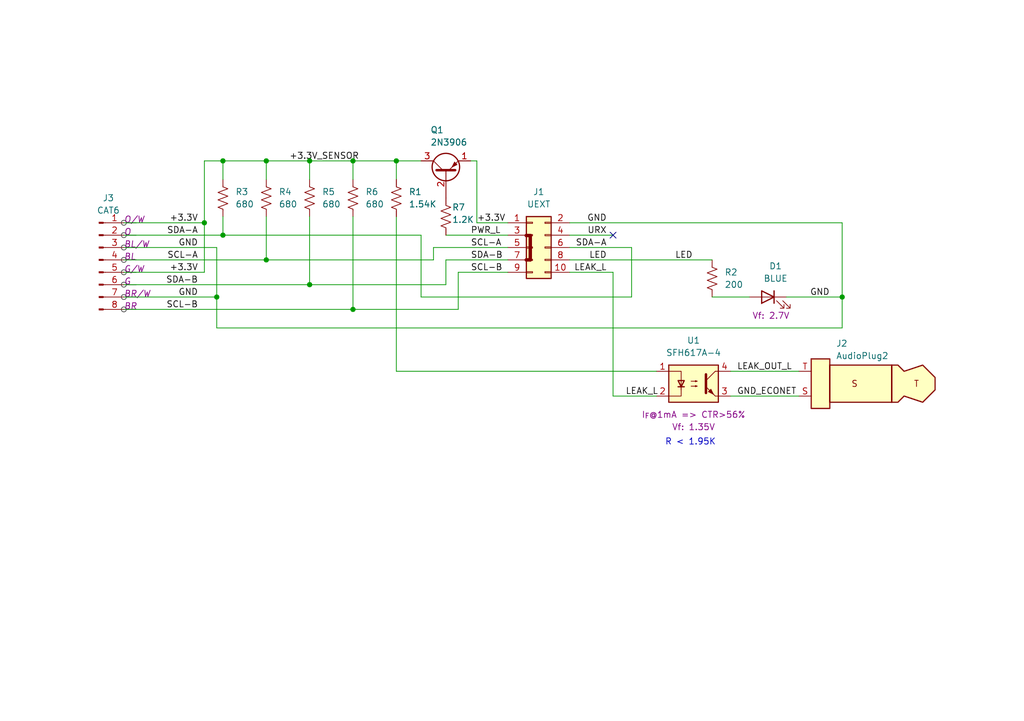
<source format=kicad_sch>
(kicad_sch (version 20231120) (generator "eeschema") (generator_version "8.0")
  (paper "A5")
  (title_block (title "Leak detector logic IO board") (date "2024-11-30") (rev "1") (company "Copyright (C) 2024 David Schneider, licensed under CC-BY 4.0"))
  (lib_symbols
    (symbol "Connector:Conn_01x08_Pin" (pin_names (offset 1.016) hide)
      (property "Reference" "J" (at 0 10.16 0))
      (property "Value" "Conn_01x08_Pin" (at 0 -12.7 0))
      (symbol "Conn_01x08_Pin_1_1"
        (polyline (pts (xy 1.27 -10.16) (xy 0.8636 -10.16)) (stroke (width 0.1524)))
        (polyline (pts (xy 1.27 -7.62) (xy 0.8636 -7.62)) (stroke (width 0.1524)))
        (polyline (pts (xy 1.27 -5.08) (xy 0.8636 -5.08)) (stroke (width 0.1524)))
        (polyline (pts (xy 1.27 -2.54) (xy 0.8636 -2.54)) (stroke (width 0.1524)))
        (polyline (pts (xy 1.27 0) (xy 0.8636 0)) (stroke (width 0.1524)))
        (polyline (pts (xy 1.27 2.54) (xy 0.8636 2.54)) (stroke (width 0.1524)))
        (polyline (pts (xy 1.27 5.08) (xy 0.8636 5.08)) (stroke (width 0.1524)))
        (polyline (pts (xy 1.27 7.62) (xy 0.8636 7.62)) (stroke (width 0.1524)))
        (rectangle (start 0.8636 -10.033) (end 0 -10.287) (stroke (width 0.1524)) (fill (type outline)))
        (rectangle (start 0.8636 -7.493) (end 0 -7.747) (stroke (width 0.1524)) (fill (type outline)))
        (rectangle (start 0.8636 -4.953) (end 0 -5.207) (stroke (width 0.1524)) (fill (type outline)))
        (rectangle (start 0.8636 -2.413) (end 0 -2.667) (stroke (width 0.1524)) (fill (type outline)))
        (rectangle (start 0.8636 0.127) (end 0 -0.127) (stroke (width 0.1524)) (fill (type outline)))
        (rectangle (start 0.8636 2.667) (end 0 2.413) (stroke (width 0.1524)) (fill (type outline)))
        (rectangle (start 0.8636 5.207) (end 0 4.953) (stroke (width 0.1524)) (fill (type outline)))
        (rectangle (start 0.8636 7.747) (end 0 7.493) (stroke (width 0.1524)) (fill (type outline)))
        (pin passive line (at 5.08 7.62 180) (length 3.81) (name "Pin_1") (number "1"))
        (pin passive line (at 5.08 5.08 180) (length 3.81) (name "Pin_2") (number "2"))
        (pin passive line (at 5.08 2.54 180) (length 3.81) (name "Pin_3") (number "3"))
        (pin passive line (at 5.08 0 180) (length 3.81) (name "Pin_4") (number "4"))
        (pin passive line (at 5.08 -2.54 180) (length 3.81) (name "Pin_5") (number "5"))
        (pin passive line (at 5.08 -5.08 180) (length 3.81) (name "Pin_6") (number "6"))
        (pin passive line (at 5.08 -7.62 180) (length 3.81) (name "Pin_7") (number "7"))
        (pin passive line (at 5.08 -10.16 180) (length 3.81) (name "Pin_8") (number "8"))
      )
    )
    (symbol "Connector_Audio:AudioPlug2"
      (property "Reference" "J" (at 10.16 6.35 0))
      (property "Value" "AudioPlug2" (at 10.16 -6.35 0))
      (symbol "AudioPlug2_0_0"
        (text "S" (at 3.81 0 0) (effects (font (size 1.27 1.27))))
        (text "T" (at -8.89 0 0) (effects (font (size 1.27 1.27))))
      )
      (symbol "AudioPlug2_0_1"
        (rectangle (start -3.81 3.81) (end 8.89 -3.81) (stroke (width 0.254)) (fill (type background)))
        (polyline (pts (xy -3.81 3.81) (xy -5.08 3.81) (xy -6.35 2.54) (xy -10.16 3.81) (xy -12.7 1.27) (xy -12.7 -1.27) (xy -10.16 -3.81) (xy -6.35 -2.54) (xy -5.08 -3.81) (xy -3.81 -3.81) (xy -3.81 3.81)) (stroke (width 0.254)) (fill (type background)))
        (rectangle (start 12.7 5.08) (end 8.89 -5.08) (stroke (width 0.254)) (fill (type background)))
      )
      (symbol "AudioPlug2_1_1"
        (pin passive line (at 15.24 2.54 180) (length 2.54) (name "~") (number "S"))
        (pin passive line (at 15.24 -2.54 180) (length 2.54) (name "~") (number "T"))
      )
    )
    (symbol "Connector_Generic:Conn_02x05_Odd_Even" (pin_names (offset 1.016) hide)
      (property "Reference" "J" (at 1.27 7.62 0))
      (property "Value" "Conn_02x05_Odd_Even" (at 1.27 -7.62 0))
      (symbol "Conn_02x05_Odd_Even_1_1"
        (rectangle (start -1.27 -4.953) (end 0 -5.207) (stroke (width 0.1524)))
        (rectangle (start -1.27 -2.413) (end 0 -2.667) (stroke (width 0.1524)))
        (rectangle (start -1.27 0.127) (end 0 -0.127) (stroke (width 0.1524)))
        (rectangle (start -1.27 2.667) (end 0 2.413) (stroke (width 0.1524)))
        (rectangle (start -1.27 5.207) (end 0 4.953) (stroke (width 0.1524)))
        (rectangle (start -1.27 6.35) (end 3.81 -6.35) (stroke (width 0.254)) (fill (type background)))
        (rectangle (start 3.81 -4.953) (end 2.54 -5.207) (stroke (width 0.1524)))
        (rectangle (start 3.81 -2.413) (end 2.54 -2.667) (stroke (width 0.1524)))
        (rectangle (start 3.81 0.127) (end 2.54 -0.127) (stroke (width 0.1524)))
        (rectangle (start 3.81 2.667) (end 2.54 2.413) (stroke (width 0.1524)))
        (rectangle (start 3.81 5.207) (end 2.54 4.953) (stroke (width 0.1524)))
        (pin passive line (at -5.08 5.08 0) (length 3.81) (name "Pin_1") (number "1"))
        (pin passive line (at 7.62 -5.08 180) (length 3.81) (name "Pin_10") (number "10"))
        (pin passive line (at 7.62 5.08 180) (length 3.81) (name "Pin_2") (number "2"))
        (pin passive line (at -5.08 2.54 0) (length 3.81) (name "Pin_3") (number "3"))
        (pin passive line (at 7.62 2.54 180) (length 3.81) (name "Pin_4") (number "4"))
        (pin passive line (at -5.08 0 0) (length 3.81) (name "Pin_5") (number "5"))
        (pin passive line (at 7.62 0 180) (length 3.81) (name "Pin_6") (number "6"))
        (pin passive line (at -5.08 -2.54 0) (length 3.81) (name "Pin_7") (number "7"))
        (pin passive line (at 7.62 -2.54 180) (length 3.81) (name "Pin_8") (number "8"))
        (pin passive line (at -5.08 -5.08 0) (length 3.81) (name "Pin_9") (number "9"))
      )
    )
    (symbol "Device:LED" (pin_numbers hide) (pin_names (offset 1.016) hide)
      (property "Reference" "D" (at 0 2.54 0))
      (property "Value" "LED" (at 0 -2.54 0))
      (symbol "LED_0_1"
        (polyline (pts (xy -1.27 -1.27) (xy -1.27 1.27)) (stroke (width 0.254)))
        (polyline (pts (xy -1.27 0) (xy 1.27 0)))
        (polyline (pts (xy 1.27 -1.27) (xy 1.27 1.27) (xy -1.27 0) (xy 1.27 -1.27)) (stroke (width 0.254)))
        (polyline (pts (xy -3.048 -0.762) (xy -4.572 -2.286) (xy -3.81 -2.286) (xy -4.572 -2.286) (xy -4.572 -1.524)))
        (polyline (pts (xy -1.778 -0.762) (xy -3.302 -2.286) (xy -2.54 -2.286) (xy -3.302 -2.286) (xy -3.302 -1.524)))
      )
      (symbol "LED_1_1"
        (pin passive line (at -3.81 0 0) (length 2.54) (name "K") (number "1"))
        (pin passive line (at 3.81 0 180) (length 2.54) (name "A") (number "2"))
      )
    )
    (symbol "Device:R_US" (pin_numbers hide) (pin_names (offset 0))
      (property "Reference" "R" (at 2.54 0 90))
      (property "Value" "R_US" (at -2.54 0 90))
      (symbol "R_US_0_1"
        (polyline (pts (xy 0 -2.286) (xy 0 -2.54)))
        (polyline (pts (xy 0 2.286) (xy 0 2.54)))
        (polyline (pts (xy 0 -0.762) (xy 1.016 -1.143) (xy 0 -1.524) (xy -1.016 -1.905) (xy 0 -2.286)))
        (polyline (pts (xy 0 0.762) (xy 1.016 0.381) (xy 0 0) (xy -1.016 -0.381) (xy 0 -0.762)))
        (polyline (pts (xy 0 2.286) (xy 1.016 1.905) (xy 0 1.524) (xy -1.016 1.143) (xy 0 0.762)))
      )
      (symbol "R_US_1_1"
        (pin passive line (at 0 3.81 270) (length 1.27) (name "~") (number "1"))
        (pin passive line (at 0 -3.81 90) (length 1.27) (name "~") (number "2"))
      )
    )
    (symbol "Isolator:SFH617A-4" (pin_names (offset 1.016))
      (property "Reference" "U" (at -5.08 5.08 0))
      (property "Value" "SFH617A-4" (at 0 5.08 0))
      (symbol "SFH617A-4_0_1"
        (rectangle (start -5.08 3.81) (end 5.08 -3.81) (stroke (width 0.254)) (fill (type background)))
        (polyline (pts (xy -3.175 -0.635) (xy -1.905 -0.635)) (stroke (width 0.254)))
        (polyline (pts (xy 2.54 0.635) (xy 4.445 2.54)))
        (polyline (pts (xy 4.445 -2.54) (xy 2.54 -0.635)) (fill (type outline)))
        (polyline (pts (xy 4.445 -2.54) (xy 5.08 -2.54)))
        (polyline (pts (xy 4.445 2.54) (xy 5.08 2.54)))
        (polyline (pts (xy -2.54 -0.635) (xy -2.54 -2.54) (xy -5.08 -2.54)))
        (polyline (pts (xy 2.54 1.905) (xy 2.54 -1.905) (xy 2.54 -1.905)) (stroke (width 0.508)))
        (polyline (pts (xy -5.08 2.54) (xy -2.54 2.54) (xy -2.54 -1.27) (xy -2.54 0.635)))
        (polyline (pts (xy -2.54 -0.635) (xy -3.175 0.635) (xy -1.905 0.635) (xy -2.54 -0.635)) (stroke (width 0.254)))
        (polyline (pts (xy -0.508 -0.508) (xy 0.762 -0.508) (xy 0.381 -0.635) (xy 0.381 -0.381) (xy 0.762 -0.508)))
        (polyline (pts (xy -0.508 0.508) (xy 0.762 0.508) (xy 0.381 0.381) (xy 0.381 0.635) (xy 0.762 0.508)))
        (polyline (pts (xy 3.048 -1.651) (xy 3.556 -1.143) (xy 4.064 -2.159) (xy 3.048 -1.651) (xy 3.048 -1.651)) (fill (type outline)))
      )
      (symbol "SFH617A-4_1_1"
        (pin passive line (at -7.62 2.54 0) (length 2.54) (name "~") (number "1"))
        (pin passive line (at -7.62 -2.54 0) (length 2.54) (name "~") (number "2"))
        (pin passive line (at 7.62 -2.54 180) (length 2.54) (name "~") (number "3"))
        (pin passive line (at 7.62 2.54 180) (length 2.54) (name "~") (number "4"))
      )
    )
    (symbol "Transistor_BJT:2N3906" (pin_names (offset 0) hide)
      (property "Reference" "Q" (at 5.08 1.905 0))
      (property "Value" "2N3906" (at 5.08 0 0))
      (symbol "2N3906_0_1"
        (polyline (pts (xy 0.635 0.635) (xy 2.54 2.54)))
        (polyline (pts (xy 0.635 -0.635) (xy 2.54 -2.54) (xy 2.54 -2.54)))
        (polyline (pts (xy 0.635 1.905) (xy 0.635 -1.905) (xy 0.635 -1.905)) (stroke (width 0.508)))
        (polyline (pts (xy 2.286 -1.778) (xy 1.778 -2.286) (xy 1.27 -1.27) (xy 2.286 -1.778) (xy 2.286 -1.778)) (fill (type outline)))
        (circle (center 1.27 0) (radius 2.8194) (stroke (width 0.254)))
      )
      (symbol "2N3906_1_1"
        (pin passive line (at 2.54 -5.08 90) (length 2.54) (name "E") (number "1"))
        (pin input line (at -5.08 0 0) (length 5.715) (name "B") (number "2"))
        (pin passive line (at 2.54 5.08 270) (length 2.54) (name "C") (number "3"))
      )
    )
  )
  (junction (at 72.39 33.02))
  (junction (at 45.72 48.26))
  (junction (at 81.28 33.02))
  (junction (at 72.39 63.5))
  (junction (at 54.61 33.02))
  (junction (at 63.5 33.02))
  (junction (at 44.45 60.96))
  (junction (at 45.72 33.02))
  (junction (at 41.91 45.72))
  (junction (at 172.72 60.96))
  (junction (at 63.5 58.42))
  (junction (at 54.61 53.34))
  (no_connect (at 125.73 48.26))
  (wire (pts (xy 63.5 58.42) (xy 91.44 58.42)))
  (wire (pts (xy 116.84 45.72) (xy 172.72 45.72)))
  (wire (pts (xy 54.61 33.02) (xy 63.5 33.02)))
  (wire (pts (xy 149.86 81.28) (xy 163.83 81.28)))
  (wire (pts (xy 125.73 81.28) (xy 134.62 81.28)))
  (wire (pts (xy 88.9 53.34) (xy 88.9 50.8)))
  (wire (pts (xy 44.45 67.31) (xy 172.72 67.31)))
  (wire (pts (xy 86.36 60.96) (xy 129.54 60.96)))
  (wire (pts (xy 81.28 76.2) (xy 134.62 76.2)))
  (wire (pts (xy 45.72 33.02) (xy 45.72 36.83)))
  (wire (pts (xy 116.84 53.34) (xy 146.05 53.34)))
  (wire (pts (xy 63.5 33.02) (xy 63.5 36.83)))
  (wire (pts (xy 81.28 76.2) (xy 81.28 44.45)))
  (wire (pts (xy 97.79 33.02) (xy 96.52 33.02)))
  (wire (pts (xy 54.61 33.02) (xy 54.61 36.83)))
  (wire (pts (xy 45.72 48.26) (xy 45.72 44.45)))
  (wire (pts (xy 25.4 50.8) (xy 44.45 50.8)))
  (wire (pts (xy 93.98 55.88) (xy 104.14 55.88)))
  (wire (pts (xy 25.4 58.42) (xy 63.5 58.42)))
  (wire (pts (xy 41.91 45.72) (xy 41.91 55.88)))
  (wire (pts (xy 146.05 60.96) (xy 153.67 60.96)))
  (wire (pts (xy 63.5 58.42) (xy 63.5 44.45)))
  (wire (pts (xy 25.4 60.96) (xy 44.45 60.96)))
  (wire (pts (xy 88.9 50.8) (xy 104.14 50.8)))
  (wire (pts (xy 116.84 50.8) (xy 129.54 50.8)))
  (wire (pts (xy 91.44 58.42) (xy 91.44 53.34)))
  (wire (pts (xy 44.45 60.96) (xy 44.45 67.31)))
  (wire (pts (xy 25.4 55.88) (xy 41.91 55.88)))
  (wire (pts (xy 116.84 48.26) (xy 125.73 48.26)))
  (wire (pts (xy 86.36 48.26) (xy 45.72 48.26)))
  (wire (pts (xy 72.39 33.02) (xy 72.39 36.83)))
  (wire (pts (xy 172.72 67.31) (xy 172.72 60.96)))
  (wire (pts (xy 161.29 60.96) (xy 172.72 60.96)))
  (wire (pts (xy 72.39 33.02) (xy 81.28 33.02)))
  (wire (pts (xy 81.28 33.02) (xy 86.36 33.02)))
  (wire (pts (xy 125.73 55.88) (xy 125.73 81.28)))
  (wire (pts (xy 93.98 63.5) (xy 93.98 55.88)))
  (wire (pts (xy 86.36 48.26) (xy 86.36 60.96)))
  (wire (pts (xy 25.4 63.5) (xy 72.39 63.5)))
  (wire (pts (xy 97.79 45.72) (xy 104.14 45.72)))
  (wire (pts (xy 45.72 33.02) (xy 41.91 33.02)))
  (wire (pts (xy 54.61 53.34) (xy 54.61 44.45)))
  (wire (pts (xy 44.45 50.8) (xy 44.45 60.96)))
  (wire (pts (xy 97.79 33.02) (xy 97.79 45.72)))
  (wire (pts (xy 129.54 60.96) (xy 129.54 50.8)))
  (wire (pts (xy 63.5 33.02) (xy 72.39 33.02)))
  (wire (pts (xy 54.61 53.34) (xy 88.9 53.34)))
  (wire (pts (xy 25.4 45.72) (xy 41.91 45.72)))
  (wire (pts (xy 25.4 48.26) (xy 45.72 48.26)))
  (wire (pts (xy 149.86 76.2) (xy 163.83 76.2)))
  (wire (pts (xy 81.28 33.02) (xy 81.28 36.83)))
  (wire (pts (xy 91.44 53.34) (xy 104.14 53.34)))
  (wire (pts (xy 72.39 63.5) (xy 93.98 63.5)))
  (wire (pts (xy 116.84 55.88) (xy 125.73 55.88)))
  (wire (pts (xy 41.91 33.02) (xy 41.91 45.72)))
  (wire (pts (xy 72.39 63.5) (xy 72.39 44.45)))
  (wire (pts (xy 45.72 33.02) (xy 54.61 33.02)))
  (wire (pts (xy 172.72 60.96) (xy 172.72 45.72)))
  (wire (pts (xy 91.44 48.26) (xy 104.14 48.26)))
  (wire (pts (xy 25.4 53.34) (xy 54.61 53.34)))
  (text "R < 1.95K" (at 141.605 90.805 0) (effects (font (size 1.27 1.27))))
  (label "LEAK_L" (at 128.27 81.28 0))
  (label "LED" (at 124.46 53.34 180))
  (label "SCL-A" (at 96.52 50.8 0))
  (label "SCL-A" (at 40.64 53.34 180))
  (label "SCL-B" (at 40.64 63.5 180))
  (label "GND" (at 40.64 50.8 180))
  (label "+3.3V" (at 40.64 55.88 180))
  (label "GND" (at 40.64 60.96 180))
  (label "LEAK_L" (at 124.46 55.88 180))
  (label "SDA-A" (at 124.46 50.8 180))
  (label "PWR_L" (at 96.52 48.26 0))
  (label "GND" (at 124.46 45.72 180))
  (label "LED" (at 138.43 53.34 0))
  (label "GND" (at 170.18 60.96 180))
  (label "URX" (at 124.46 48.26 180))
  (label "+3.3V_SENSOR" (at 73.66 33.02 180))
  (label "SDA-A" (at 40.64 48.26 180))
  (label "SCL-B" (at 96.52 55.88 0))
  (label "SDA-B" (at 96.52 53.34 0))
  (label "GND_ECONET" (at 151.13 81.28 0))
  (label "+3.3V" (at 40.64 45.72 180))
  (label "LEAK_OUT_L" (at 151.13 76.2 0))
  (label "SDA-B" (at 40.64 58.42 180))
  (label "+3.3V" (at 97.79 45.72 0))
  (netclass_flag "" (length 2.54) (shape round) (at 27.94 53.34 90) (property "Netclass" "BL" (at 25.4 52.6415 0) (effects (font (italic yes)) (justify left))))
  (netclass_flag "" (length 2.54) (shape round) (at 27.94 58.42 90) (property "Netclass" "G" (at 25.4 57.7215 0) (effects (font (italic yes)) (justify left))))
  (netclass_flag "" (length 2.54) (shape round) (at 27.94 50.8 90) (property "Netclass" "BL/W" (at 25.4 50.1015 0) (effects (font (italic yes)) (justify left))))
  (netclass_flag "" (length 2.54) (shape round) (at 27.94 48.26 90) (property "Netclass" "O" (at 25.4 47.5615 0) (effects (font (italic yes)) (justify left))))
  (netclass_flag "" (length 2.54) (shape round) (at 27.94 63.5 90) (property "Netclass" "BR" (at 25.4 62.8015 0) (effects (font (italic yes)) (justify left))))
  (netclass_flag "" (length 2.54) (shape round) (at 27.94 55.88 90) (property "Netclass" "G/W" (at 25.4 55.1815 0) (effects (font (italic yes)) (justify left))))
  (netclass_flag "" (length 2.54) (shape round) (at 27.94 45.72 90) (property "Netclass" "O/W" (at 25.4 45.0215 0) (effects (font (italic yes)) (justify left))))
  (netclass_flag "" (length 2.54) (shape round) (at 27.94 60.96 90) (property "Netclass" "BR/W" (at 25.4 60.2615 0) (effects (font (italic yes)) (justify left))))
  (symbol (lib_id "Device:R_US") (at 45.72 40.64 0) (unit 1)
    (property "Reference" "R3" (at 48.26 39.3699 0) (effects (justify left)))
    (property "Value" "680" (at 48.26 41.9099 0) (effects (justify left)))
    (property "Description" "Resistor, US symbol" (effects (hide yes)))
  )
  (symbol (lib_id "Device:LED") (at 157.48 60.96 0) (mirror y) (unit 1)
    (property "Reference" "D1" (at 159.0675 54.61 0))
    (property "Value" "BLUE" (at 159.0675 57.15 0))
    (property "Description" "Light emitting diode" (effects (hide yes)))
    (property "Vf" "2.7V" (at 158.115 64.77 0) (show_name yes))
  )
  (symbol (lib_id "Transistor_BJT:2N3906") (at 91.44 35.56 90) (unit 1)
    (property "Reference" "Q1" (at 88.265 26.67 90) (effects (justify right)))
    (property "Value" "2N3906" (at 88.265 29.21 90) (effects (justify right)))
    (property "Footprint" "Package_TO_SOT_THT:TO-92_Inline" (effects (hide yes)))
    (property "Datasheet" "https://www.onsemi.com/pub/Collateral/2N3906-D.PDF" (effects (hide yes)))
    (property "Description" "-0.2A Ic, -40V Vce, Small Signal PNP Transistor, TO-92" (effects (hide yes)))
  )
  (symbol (lib_id "Device:R_US") (at 146.05 57.15 0) (unit 1)
    (property "Reference" "R2" (at 148.59 55.8799 0) (effects (justify left)))
    (property "Value" "200" (at 148.59 58.4199 0) (effects (justify left)))
    (property "Description" "Resistor, US symbol" (effects (hide yes)))
  )
  (symbol (lib_id "Device:R_US") (at 72.39 40.64 0) (unit 1)
    (property "Reference" "R6" (at 74.93 39.3699 0) (effects (justify left)))
    (property "Value" "680" (at 74.93 41.9099 0) (effects (justify left)))
    (property "Description" "Resistor, US symbol" (effects (hide yes)))
  )
  (symbol (lib_id "Isolator:SFH617A-4") (at 142.24 78.74 0) (unit 1)
    (property "Reference" "U1" (at 142.24 69.85 0))
    (property "Value" "SFH617A-4" (at 142.24 72.39 0))
    (property "Footprint" "Package_DIP:DIP-4_W7.62mm" (effects (hide yes)))
    (property "Datasheet" "http://www.vishay.com/docs/83740/sfh617a.pdf" (effects (hide yes)))
    (property "Description" "Optocoupler, Phototransistor Output, 5300 VRMS, VCEO 70V, CTR% 160-320, -55 to +110 degree Celsius, UL, BSI, FIMKO, cUL, THT PDIP-4" (effects (hide yes)))
    (property "note" "I_{F}@1mA => CTR>56%" (at 142.24 85.09 0))
    (property "Vf" "1.35V" (at 142.24 87.63 0) (show_name yes))
  )
  (symbol (lib_id "Device:R_US") (at 63.5 40.64 0) (unit 1)
    (property "Reference" "R5" (at 66.04 39.3699 0) (effects (justify left)))
    (property "Value" "680" (at 66.04 41.9099 0) (effects (justify left)))
    (property "Description" "Resistor, US symbol" (effects (hide yes)))
  )
  (symbol (lib_id "Device:R_US") (at 91.44 44.45 0) (unit 1)
    (property "Reference" "R7" (at 92.71 42.545 0) (effects (justify left)))
    (property "Value" "1.2K" (at 92.71 45.085 0) (effects (justify left)))
    (property "Description" "Resistor, US symbol" (effects (hide yes)))
  )
  (symbol (lib_id "Connector:Conn_01x08_Pin") (at 20.32 53.34 0) (unit 1)
    (property "Reference" "J3" (at 22.225 40.64 0))
    (property "Value" "CAT6" (at 22.225 43.18 0))
    (property "Description" "Generic connector, single row, 01x08, script generated" (effects (hide yes)))
  )
  (symbol (lib_id "Device:R_US") (at 54.61 40.64 0) (unit 1)
    (property "Reference" "R4" (at 57.15 39.3699 0) (effects (justify left)))
    (property "Value" "680" (at 57.15 41.9099 0) (effects (justify left)))
    (property "Description" "Resistor, US symbol" (effects (hide yes)))
  )
  (symbol (lib_id "Connector_Audio:AudioPlug2") (at 179.07 78.74 180) (unit 1)
    (property "Reference" "J2" (at 171.45 70.485 0) (effects (justify right)))
    (property "Value" "AudioPlug2" (at 171.45 73.025 0) (effects (justify right)))
    (property "Description" "Audio Jack, 2 Poles (Mono / TS)" (effects (hide yes)))
  )
  (symbol (lib_id "Device:R_US") (at 81.28 40.64 0) (unit 1)
    (property "Reference" "R1" (at 83.82 39.3699 0) (effects (justify left)))
    (property "Value" "1.54K" (at 83.82 41.9099 0) (effects (justify left)))
    (property "Description" "Resistor, US symbol" (effects (hide yes)))
  )
  (symbol (lib_id "Connector_Generic:Conn_02x05_Odd_Even") (at 109.22 50.8 0) (unit 1)
    (property "Reference" "J1" (at 110.49 39.37 0))
    (property "Value" "UEXT" (at 110.49 41.91 0))
    (property "Description" "Generic connector, double row, 02x05, odd/even pin numbering scheme (row 1 odd numbers, row 2 even numbers), script generated (kicad-library-utils/schlib/autogen/connector/)" (effects (hide yes)))
    (property "key" "]" (at 108.585 48.26 0) (effects (font (size 3.5 3.5) (thickness 0.7) (bold yes)) (justify top)))
  )
)
</source>
